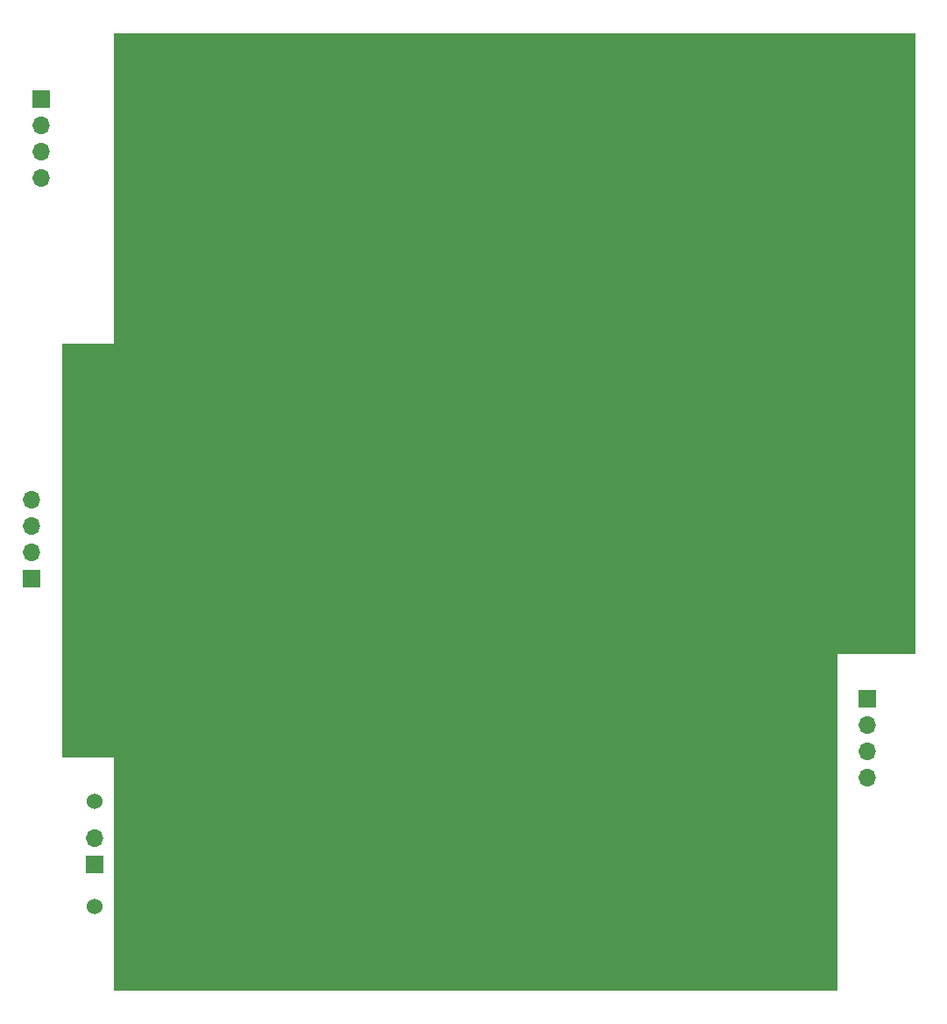
<source format=gbr>
%TF.GenerationSoftware,KiCad,Pcbnew,7.0.9*%
%TF.CreationDate,2023-12-08T23:47:41+01:00*%
%TF.ProjectId,SMPS_V1_power,534d5053-5f56-4315-9f70-6f7765722e6b,rev?*%
%TF.SameCoordinates,Original*%
%TF.FileFunction,Soldermask,Bot*%
%TF.FilePolarity,Negative*%
%FSLAX46Y46*%
G04 Gerber Fmt 4.6, Leading zero omitted, Abs format (unit mm)*
G04 Created by KiCad (PCBNEW 7.0.9) date 2023-12-08 23:47:41*
%MOMM*%
%LPD*%
G01*
G04 APERTURE LIST*
G04 Aperture macros list*
%AMRoundRect*
0 Rectangle with rounded corners*
0 $1 Rounding radius*
0 $2 $3 $4 $5 $6 $7 $8 $9 X,Y pos of 4 corners*
0 Add a 4 corners polygon primitive as box body*
4,1,4,$2,$3,$4,$5,$6,$7,$8,$9,$2,$3,0*
0 Add four circle primitives for the rounded corners*
1,1,$1+$1,$2,$3*
1,1,$1+$1,$4,$5*
1,1,$1+$1,$6,$7*
1,1,$1+$1,$8,$9*
0 Add four rect primitives between the rounded corners*
20,1,$1+$1,$2,$3,$4,$5,0*
20,1,$1+$1,$4,$5,$6,$7,0*
20,1,$1+$1,$6,$7,$8,$9,0*
20,1,$1+$1,$8,$9,$2,$3,0*%
G04 Aperture macros list end*
%ADD10R,1.700000X1.700000*%
%ADD11C,2.400000*%
%ADD12C,1.524000*%
%ADD13O,2.400000X2.400000*%
%ADD14R,4.500000X2.500000*%
%ADD15O,4.500000X2.500000*%
%ADD16R,2.500000X2.500000*%
%ADD17O,1.700000X1.700000*%
%ADD18RoundRect,0.102000X1.200000X1.200000X-1.200000X1.200000X-1.200000X-1.200000X1.200000X-1.200000X0*%
%ADD19C,2.604000*%
%ADD20C,6.204000*%
%ADD21RoundRect,0.102000X1.200000X-1.200000X1.200000X1.200000X-1.200000X1.200000X-1.200000X-1.200000X0*%
%ADD22C,2.800000*%
%ADD23O,2.800000X2.800000*%
G04 APERTURE END LIST*
D10*
%TO.C,J18*%
X202334000Y-111934000D03*
%TD*%
D11*
%TO.C,R15*%
X195758500Y-126920000D03*
D12*
X190678500Y-124380000D03*
X190678500Y-114220000D03*
D13*
X195758500Y-111680000D03*
%TD*%
D14*
%TO.C,Q3*%
X202080000Y-66490000D03*
D15*
X202080000Y-71940000D03*
X202080000Y-77390000D03*
%TD*%
D16*
%TO.C,C13*%
X261800000Y-79990000D03*
X261800000Y-51990000D03*
%TD*%
D14*
%TO.C,Q4*%
X202080000Y-92630000D03*
D15*
X202080000Y-98080000D03*
X202080000Y-103530000D03*
%TD*%
D10*
%TO.C,J19*%
X190650000Y-120316000D03*
D17*
X190650000Y-117776000D03*
%TD*%
D18*
%TO.C,J16*%
X202080000Y-49450000D03*
D19*
X197000000Y-49450000D03*
%TD*%
D20*
%TO.C,L1*%
X223118000Y-85772000D03*
X243018000Y-85772000D03*
%TD*%
D11*
%TO.C,R16*%
X220368000Y-123872000D03*
D12*
X222908000Y-118792000D03*
X233068000Y-118792000D03*
D13*
X235608000Y-123872000D03*
%TD*%
D10*
%TO.C,J22*%
X265326000Y-104314000D03*
D17*
X265326000Y-106854000D03*
X265326000Y-109394000D03*
X265326000Y-111934000D03*
%TD*%
D16*
%TO.C,C12*%
X220846000Y-54276000D03*
X248846000Y-54276000D03*
%TD*%
D10*
%TO.C,J15*%
X185500000Y-46380000D03*
D17*
X185500000Y-48920000D03*
X185500000Y-51460000D03*
X185500000Y-54000000D03*
%TD*%
D10*
%TO.C,J17*%
X201826000Y-85010000D03*
%TD*%
D21*
%TO.C,J23*%
X264264500Y-96186000D03*
D19*
X264264500Y-91106000D03*
%TD*%
D10*
%TO.C,J21*%
X251102000Y-116500000D03*
D17*
X251102000Y-119040000D03*
%TD*%
D22*
%TO.C,R13*%
X190650000Y-88820000D03*
D23*
X190650000Y-73580000D03*
%TD*%
D11*
%TO.C,R19*%
X246022000Y-109500000D03*
D12*
X251102000Y-112040000D03*
X251102000Y-122200000D03*
D13*
X246022000Y-124740000D03*
%TD*%
D10*
%TO.C,J20*%
X229004000Y-118538000D03*
D17*
X226464000Y-118538000D03*
%TD*%
D10*
%TO.C,J24*%
X184554000Y-92731600D03*
D17*
X184554000Y-90191600D03*
X184554000Y-87651600D03*
X184554000Y-85111600D03*
%TD*%
G36*
X269943039Y-40019685D02*
G01*
X269988794Y-40072489D01*
X270000000Y-40124000D01*
X270000000Y-99876000D01*
X269980315Y-99943039D01*
X269927511Y-99988794D01*
X269876000Y-100000000D01*
X262500000Y-100000000D01*
X262500000Y-132376000D01*
X262480315Y-132443039D01*
X262427511Y-132488794D01*
X262376000Y-132500000D01*
X192624000Y-132500000D01*
X192556961Y-132480315D01*
X192511206Y-132427511D01*
X192500000Y-132376000D01*
X192500000Y-110000000D01*
X187624000Y-110000000D01*
X187556961Y-109980315D01*
X187511206Y-109927511D01*
X187500000Y-109876000D01*
X187500000Y-70124000D01*
X187519685Y-70056961D01*
X187572489Y-70011206D01*
X187624000Y-70000000D01*
X192500000Y-70000000D01*
X192500000Y-40124000D01*
X192519685Y-40056961D01*
X192572489Y-40011206D01*
X192624000Y-40000000D01*
X269876000Y-40000000D01*
X269943039Y-40019685D01*
G37*
M02*

</source>
